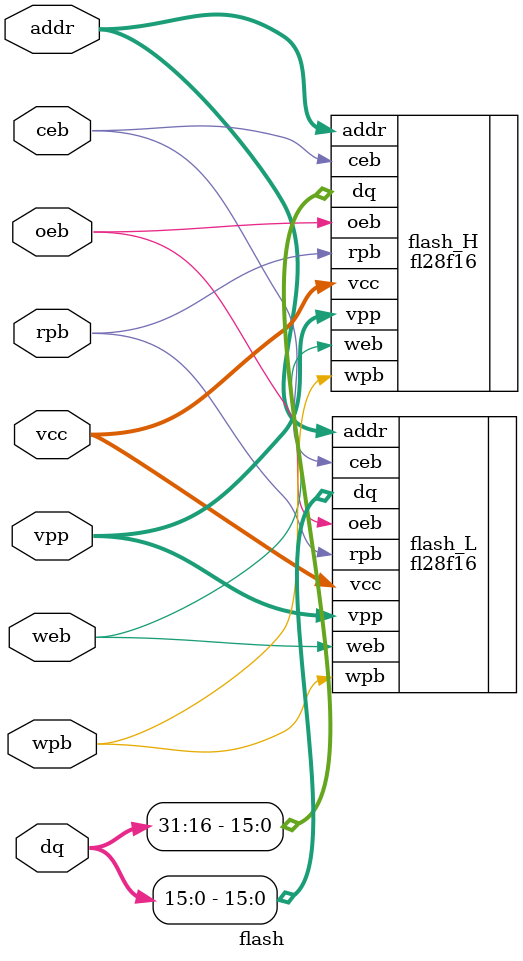
<source format=v>
`include "include/timescale.v"

module flash(dq, addr, ceb, oeb, web, rpb, wpb, vpp, vcc);
   inout [31:0] dq;     //16 outputs
   input [19:0]   addr;   //address pins.
   input                   ceb,    //CE# - chip enable bar
                           oeb,    //OE# - output enable bar
                           web,    //WE# - write enable bar
                           rpb,    //RP# - reset bar, powerdown
                           wpb;    //WP# = write protect bar
   input [31:0] 	   vpp,    //vpp in millivolts
                           vcc;    //vcc in millivolts




// instantiate 2 Flash memories
   fl28f16 #(.LoadFileName("dafk_tb/flash_L.txt")) flash_L
     (
      .dq(dq[15:0]),
      .addr(addr),
      .ceb(ceb),
      .oeb(oeb),
      .web(web),
      .rpb(rpb),
      .wpb(wpb),
      .vpp(vpp),
      .vcc(vcc)
      );

   fl28f16 #(.LoadFileName("dafk_tb/flash_H.txt")) flash_H
     (
      .dq(dq[31:16]),
      .addr(addr),
      .ceb(ceb),
      .oeb(oeb),
      .web(web),
      .rpb(rpb),
      .wpb(wpb),
      .vpp(vpp),
      .vcc(vcc)
      );

endmodule // flash

   
// Local Variables:
// verilog-library-directories:("." ".." "../or1200" "../jpeg" "../pkmc" "../dvga" "../uart" "../monitor" "../lab1" "../dafk_tb" "../eth" "../wb" "../leela")
// End:

</source>
